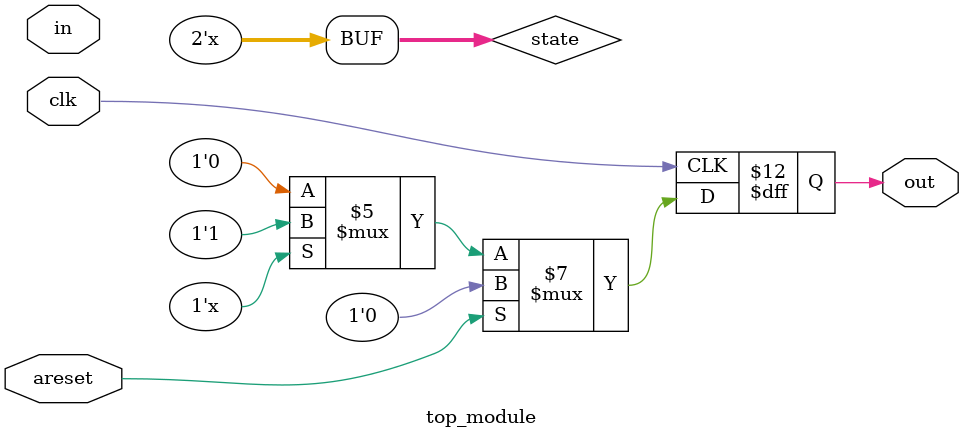
<source format=sv>
module top_module (
    input clk,
    input in,
    input areset,
    output reg out
);

    // 2-bit state register
    reg [1:0] state;

    // Define the states
    localparam A = 2'b00;
    localparam B = 2'b01;
    localparam C = 2'b10;
    localparam D = 2'b11;

    // Combinational logic block to determine the next state
    always @(*) begin
        case (state)
            A: begin
                if (in) state = B;
                else state = A;
            end
            B: begin
                if (in) state = B;
                else state = C;
            end
            C: begin
                if (in) state = D;
                else state = A;
            end
            D: begin
                if (in) state = B;
                else state = C;
            end
        endcase
    end

    // Update the state register on the rising edge of the clock
    always @(posedge clk) begin
        if (areset) state <= A;
        else state <= state;
    end

    // Set the output signal when the state machine is in state D
    always @(posedge clk) begin
        if (areset) out <= 1'b0;
        else out <= (state == D) ? 1'b1 : 1'b0;
    end

endmodule

</source>
